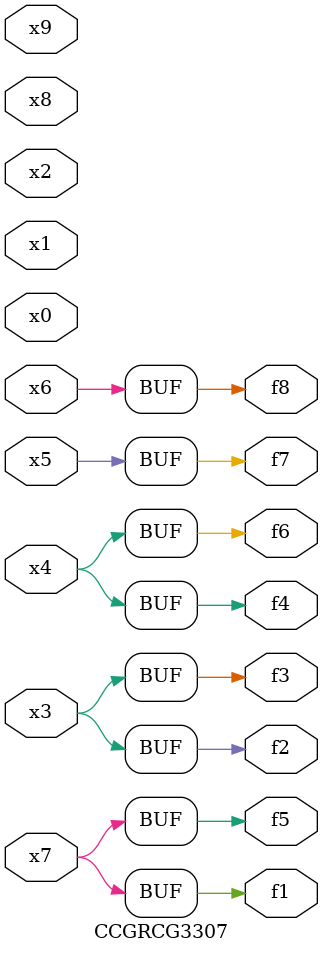
<source format=v>
module CCGRCG3307(
	input x0, x1, x2, x3, x4, x5, x6, x7, x8, x9,
	output f1, f2, f3, f4, f5, f6, f7, f8
);
	assign f1 = x7;
	assign f2 = x3;
	assign f3 = x3;
	assign f4 = x4;
	assign f5 = x7;
	assign f6 = x4;
	assign f7 = x5;
	assign f8 = x6;
endmodule

</source>
